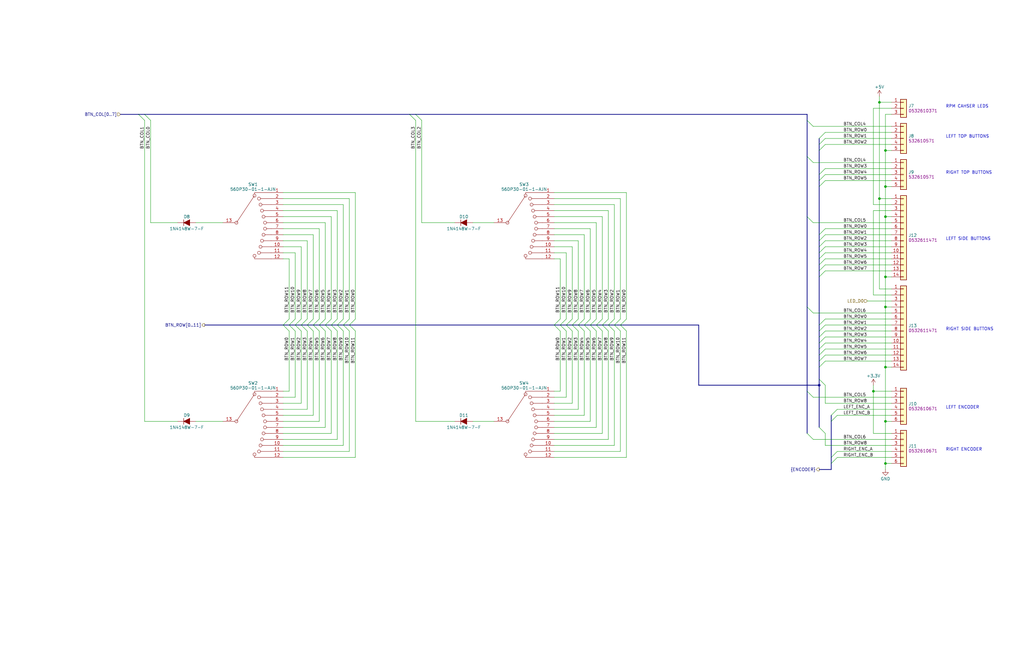
<source format=kicad_sch>
(kicad_sch (version 20230121) (generator eeschema)
  (paper "USLedger")
  (title_block (title "DIY GT Wheel Main Board") (date "2023-06-23") (rev "1.0a") (company "Electronya") (comment 1 "ENYA-SIMR-GTWL-PCMB"))
  (lib_symbols
    (symbol "ENYA_Connector_PicoBlade:PICO_BLADE_1x14_MALE_RA_SMD" (pin_names (offset 1.016) hide)
      (property "Reference" "J" (at 0 17.78 0))
      (property "Manufacturer Part Number" "0532611471" (at 0 0 0))
      (symbol "PICO_BLADE_1x14_MALE_RA_SMD_1_1"
        (rectangle (start -1.27 -17.653) (end 0 -17.907) (stroke (width 0.1524)))
        (rectangle (start -1.27 -15.113) (end 0 -15.367) (stroke (width 0.1524)))
        (rectangle (start -1.27 -12.573) (end 0 -12.827) (stroke (width 0.1524)))
        (rectangle (start -1.27 -10.033) (end 0 -10.287) (stroke (width 0.1524)))
        (rectangle (start -1.27 -7.493) (end 0 -7.747) (stroke (width 0.1524)))
        (rectangle (start -1.27 -4.953) (end 0 -5.207) (stroke (width 0.1524)))
        (rectangle (start -1.27 -2.413) (end 0 -2.667) (stroke (width 0.1524)))
        (rectangle (start -1.27 0.127) (end 0 -0.127) (stroke (width 0.1524)))
        (rectangle (start -1.27 2.667) (end 0 2.413) (stroke (width 0.1524)))
        (rectangle (start -1.27 5.207) (end 0 4.953) (stroke (width 0.1524)))
        (rectangle (start -1.27 7.747) (end 0 7.493) (stroke (width 0.1524)))
        (rectangle (start -1.27 10.287) (end 0 10.033) (stroke (width 0.1524)))
        (rectangle (start -1.27 12.827) (end 0 12.573) (stroke (width 0.1524)))
        (rectangle (start -1.27 15.367) (end 0 15.113) (stroke (width 0.1524)))
        (rectangle (start -1.27 16.51) (end 1.27 -19.05) (stroke (width 0.254)) (fill (type background)))
        (pin passive line (at -5.08 15.24 0) (length 3.81) (name "Pin_1") (number "1"))
        (pin passive line (at -5.08 -7.62 0) (length 3.81) (name "Pin_10") (number "10"))
        (pin passive line (at -5.08 -10.16 0) (length 3.81) (name "Pin_11") (number "11"))
        (pin passive line (at -5.08 -12.7 0) (length 3.81) (name "Pin_12") (number "12"))
        (pin passive line (at -5.08 -15.24 0) (length 3.81) (name "Pin_13") (number "13"))
        (pin passive line (at -5.08 -17.78 0) (length 3.81) (name "Pin_14") (number "14"))
        (pin passive line (at -5.08 12.7 0) (length 3.81) (name "Pin_2") (number "2"))
        (pin passive line (at -5.08 10.16 0) (length 3.81) (name "Pin_3") (number "3"))
        (pin passive line (at -5.08 7.62 0) (length 3.81) (name "Pin_4") (number "4"))
        (pin passive line (at -5.08 5.08 0) (length 3.81) (name "Pin_5") (number "5"))
        (pin passive line (at -5.08 2.54 0) (length 3.81) (name "Pin_6") (number "6"))
        (pin passive line (at -5.08 0 0) (length 3.81) (name "Pin_7") (number "7"))
        (pin passive line (at -5.08 -2.54 0) (length 3.81) (name "Pin_8") (number "8"))
        (pin passive line (at -5.08 -5.08 0) (length 3.81) (name "Pin_9") (number "9"))
      )
    )
    (symbol "ENYA_Connector_PicoBlade:PICO_BLADE_1x3_MALE_RA_SMD" (pin_names (offset 1.016) hide)
      (property "Reference" "J" (at 0 5.08 0))
      (property "Manufacturer Part Number" "0532610371" (at 0 0 0))
      (symbol "PICO_BLADE_1x3_MALE_RA_SMD_1_1"
        (rectangle (start -1.27 -2.413) (end 0 -2.667) (stroke (width 0.1524)))
        (rectangle (start -1.27 0.127) (end 0 -0.127) (stroke (width 0.1524)))
        (rectangle (start -1.27 2.667) (end 0 2.413) (stroke (width 0.1524)))
        (rectangle (start -1.27 3.81) (end 1.27 -3.81) (stroke (width 0.254)) (fill (type background)))
        (pin passive line (at -5.08 2.54 0) (length 3.81) (name "Pin_1") (number "1"))
        (pin passive line (at -5.08 0 0) (length 3.81) (name "Pin_2") (number "2"))
        (pin passive line (at -5.08 -2.54 0) (length 3.81) (name "Pin_3") (number "3"))
      )
    )
    (symbol "ENYA_Connector_PicoBlade:PICO_BLADE_1x5_MALE_RA_SMD" (pin_names (offset 1.016) hide)
      (property "Reference" "J" (at 0 7.62 0))
      (property "Manufacturer Part Number" "532610571" (at 0 0 0))
      (symbol "PICO_BLADE_1x5_MALE_RA_SMD_1_1"
        (rectangle (start -1.27 -4.953) (end 0 -5.207) (stroke (width 0.1524)))
        (rectangle (start -1.27 -2.413) (end 0 -2.667) (stroke (width 0.1524)))
        (rectangle (start -1.27 0.127) (end 0 -0.127) (stroke (width 0.1524)))
        (rectangle (start -1.27 2.667) (end 0 2.413) (stroke (width 0.1524)))
        (rectangle (start -1.27 5.207) (end 0 4.953) (stroke (width 0.1524)))
        (rectangle (start -1.27 6.35) (end 1.27 -6.35) (stroke (width 0.254)) (fill (type background)))
        (pin passive line (at -5.08 5.08 0) (length 3.81) (name "Pin_1") (number "1"))
        (pin passive line (at -5.08 2.54 0) (length 3.81) (name "Pin_2") (number "2"))
        (pin passive line (at -5.08 0 0) (length 3.81) (name "Pin_3") (number "3"))
        (pin passive line (at -5.08 -2.54 0) (length 3.81) (name "Pin_4") (number "4"))
        (pin passive line (at -5.08 -5.08 0) (length 3.81) (name "Pin_5") (number "5"))
      )
    )
    (symbol "ENYA_Connector_PicoBlade:PICO_BLADE_1x6_MALE_RA_SMD" (pin_names (offset 1.016) hide)
      (property "Reference" "J" (at 0 7.62 0))
      (property "Manufacturer Part Number" "0532610671" (at 0 0 0))
      (symbol "PICO_BLADE_1x6_MALE_RA_SMD_1_1"
        (rectangle (start -1.27 -7.493) (end 0 -7.747) (stroke (width 0.1524)))
        (rectangle (start -1.27 -4.953) (end 0 -5.207) (stroke (width 0.1524)))
        (rectangle (start -1.27 -2.413) (end 0 -2.667) (stroke (width 0.1524)))
        (rectangle (start -1.27 0.127) (end 0 -0.127) (stroke (width 0.1524)))
        (rectangle (start -1.27 2.667) (end 0 2.413) (stroke (width 0.1524)))
        (rectangle (start -1.27 5.207) (end 0 4.953) (stroke (width 0.1524)))
        (rectangle (start -1.27 6.35) (end 1.27 -8.89) (stroke (width 0.254)) (fill (type background)))
        (pin passive line (at -5.08 5.08 0) (length 3.81) (name "Pin_1") (number "1"))
        (pin passive line (at -5.08 2.54 0) (length 3.81) (name "Pin_2") (number "2"))
        (pin passive line (at -5.08 0 0) (length 3.81) (name "Pin_3") (number "3"))
        (pin passive line (at -5.08 -2.54 0) (length 3.81) (name "Pin_4") (number "4"))
        (pin passive line (at -5.08 -5.08 0) (length 3.81) (name "Pin_5") (number "5"))
        (pin passive line (at -5.08 -7.62 0) (length 3.81) (name "Pin_6") (number "6"))
      )
    )
    (symbol "ENYA_Diode_Rectifier:1N4148W-7-F_SOD-123" (pin_numbers hide) (pin_names (offset 1.016) hide)
      (property "Reference" "D" (at 0 2.54 0))
      (property "Value" "1N4148W-7-F" (at 0 -2.54 0))
      (symbol "1N4148W-7-F_SOD-123_0_1"
        (polyline (pts (xy -1.27 1.27) (xy -1.27 -1.27)) (stroke (width 0.2032)))
        (polyline (pts (xy 1.27 1.27) (xy 1.27 -1.27) (xy -1.27 0) (xy 1.27 1.27)) (stroke (width 0.2032)) (fill (type outline)))
      )
      (symbol "1N4148W-7-F_SOD-123_1_1"
        (pin passive line (at -3.81 0 0) (length 2.54) (name "K") (number "1"))
        (pin passive line (at 3.81 0 180) (length 2.54) (name "A") (number "2"))
      )
    )
    (symbol "ENYA_Switch_Selector:56DP30-01-1-AJN_1P_12T" (pin_names (offset 1.016) hide)
      (property "Reference" "SW" (at 0 17.78 0))
      (property "Value" "56DP30-01-1-AJN" (at 0 -17.78 0))
      (symbol "56DP30-01-1-AJN_1P_12T_0_0"
        (circle (center -6.985 0) (radius 0.635))
        (polyline (pts (xy -6.985 0) (xy 0.635 11.43)))
        (polyline (pts (xy 3.175 -12.7) (xy 7.62 -12.7)))
        (polyline (pts (xy 3.175 10.16) (xy 7.62 10.16)))
        (polyline (pts (xy 3.81 -10.16) (xy 7.62 -10.16)))
        (polyline (pts (xy 3.81 7.62) (xy 7.62 7.62)))
        (polyline (pts (xy 4.445 -7.62) (xy 7.62 -7.62)))
        (polyline (pts (xy 4.445 5.08) (xy 7.62 5.08)))
        (polyline (pts (xy 5.08 -5.08) (xy 7.62 -5.08)))
        (polyline (pts (xy 5.08 2.54) (xy 7.62 2.54)))
        (polyline (pts (xy 7.62 -2.54) (xy 5.715 -2.54)))
        (polyline (pts (xy 7.62 0) (xy 5.715 0)))
        (polyline (pts (xy 0.635 -14.605) (xy 0.635 -15.24) (xy 7.62 -15.24)))
        (polyline (pts (xy 0.635 12.065) (xy 0.635 12.7) (xy 7.62 12.7)))
        (circle (center 0.635 -13.97) (radius 0.635))
        (circle (center 0.635 11.43) (radius 0.635))
        (circle (center 2.54 -12.7) (radius 0.635))
        (circle (center 2.54 10.16) (radius 0.635))
        (circle (center 3.175 -10.16) (radius 0.635))
        (circle (center 3.175 7.62) (radius 0.635))
        (circle (center 3.81 -7.62) (radius 0.635))
        (circle (center 3.81 5.08) (radius 0.635))
        (circle (center 4.445 -5.08) (radius 0.635))
        (circle (center 4.445 2.54) (radius 0.635))
        (circle (center 5.08 -2.54) (radius 0.635))
        (circle (center 5.08 0) (radius 0.635))
      )
      (symbol "56DP30-01-1-AJN_1P_12T_0_1"
        (pin passive line (at 12.7 12.7 180) (length 5.08) (name "1") (number "1"))
        (pin passive line (at 12.7 -10.16 180) (length 5.08) (name "10") (number "10"))
        (pin passive line (at 12.7 -12.7 180) (length 5.08) (name "11") (number "11"))
        (pin passive line (at 12.7 -15.24 180) (length 5.08) (name "12") (number "12"))
        (pin passive line (at -12.7 0 0) (length 5.08) (name "13") (number "13"))
        (pin passive line (at 12.7 10.16 180) (length 5.08) (name "2") (number "2"))
        (pin passive line (at 12.7 7.62 180) (length 5.08) (name "3") (number "3"))
        (pin passive line (at 12.7 5.08 180) (length 5.08) (name "4") (number "4"))
        (pin passive line (at 12.7 2.54 180) (length 5.08) (name "5") (number "5"))
        (pin passive line (at 12.7 0 180) (length 5.08) (name "6") (number "6"))
        (pin passive line (at 12.7 -2.54 180) (length 5.08) (name "7") (number "7"))
        (pin passive line (at 12.7 -5.08 180) (length 5.08) (name "8") (number "8"))
        (pin passive line (at 12.7 -7.62 180) (length 5.08) (name "9") (number "9"))
      )
    )
    (symbol "power:+3.3V" (power) (pin_names (offset 0))
      (property "Value" "+3.3V" (at 0 3.556 0))
      (symbol "+3.3V_0_1"
        (polyline (pts (xy -0.762 1.27) (xy 0 2.54)))
        (polyline (pts (xy 0 0) (xy 0 2.54)))
        (polyline (pts (xy 0 2.54) (xy 0.762 1.27)))
      )
      (symbol "+3.3V_1_1"
        (pin power_in line (at 0 0 90) (length 0) hide (name "+3.3V") (number "1"))
      )
    )
    (symbol "power:+5V" (power) (pin_names (offset 0))
      (property "Value" "+5V" (at 0 3.556 0))
      (symbol "+5V_0_1"
        (polyline (pts (xy -0.762 1.27) (xy 0 2.54)))
        (polyline (pts (xy 0 0) (xy 0 2.54)))
        (polyline (pts (xy 0 2.54) (xy 0.762 1.27)))
      )
      (symbol "+5V_1_1"
        (pin power_in line (at 0 0 90) (length 0) hide (name "+5V") (number "1"))
      )
    )
    (symbol "power:GND" (power) (pin_names (offset 0))
      (property "Value" "GND" (at 0 -3.81 0))
      (symbol "GND_0_1"
        (polyline (pts (xy 0 0) (xy 0 -1.27) (xy 1.27 -1.27) (xy 0 -2.54) (xy -1.27 -1.27) (xy 0 -1.27)))
      )
      (symbol "GND_1_1"
        (pin power_in line (at 0 0 270) (length 0) hide (name "GND") (number "1"))
      )
    )
  )
  (junction (at 345.44 162.56))
  (junction (at 373.38 154.94))
  (junction (at 373.38 78.74))
  (junction (at 373.38 195.58))
  (junction (at 373.38 129.54))
  (junction (at 370.84 83.82))
  (junction (at 370.84 43.18))
  (junction (at 373.38 177.8))
  (junction (at 368.3 165.1))
  (junction (at 373.38 91.44))
  (junction (at 373.38 63.5))
  (junction (at 373.38 116.84))
  (bus_entry (at 345.44 149.86) (size 2.54 -2.54))
  (bus_entry (at 236.22 134.62) (size -2.54 2.54))
  (bus_entry (at 345.44 104.14) (size 2.54 -2.54))
  (bus_entry (at 121.92 134.62) (size -2.54 2.54))
  (bus_entry (at 345.44 58.42) (size 2.54 -2.54))
  (bus_entry (at 147.32 137.16) (size 2.54 2.54))
  (bus_entry (at 345.44 106.68) (size 2.54 -2.54))
  (bus_entry (at 345.44 114.3) (size 2.54 -2.54))
  (bus_entry (at 345.44 137.16) (size 2.54 -2.54))
  (bus_entry (at 345.44 144.78) (size 2.54 -2.54))
  (bus_entry (at 119.38 137.16) (size 2.54 2.54))
  (bus_entry (at 340.36 129.54) (size 2.54 2.54))
  (bus_entry (at 261.62 137.16) (size 2.54 2.54))
  (bus_entry (at 60.96 48.26) (size 2.54 2.54))
  (bus_entry (at 121.92 137.16) (size 2.54 2.54))
  (bus_entry (at 350.52 193.04) (size 2.54 -2.54))
  (bus_entry (at 139.7 137.16) (size 2.54 2.54))
  (bus_entry (at 243.84 134.62) (size -2.54 2.54))
  (bus_entry (at 340.36 165.1) (size 2.54 2.54))
  (bus_entry (at 238.76 137.16) (size 2.54 2.54))
  (bus_entry (at 256.54 134.62) (size -2.54 2.54))
  (bus_entry (at 243.84 137.16) (size 2.54 2.54))
  (bus_entry (at 264.16 134.62) (size -2.54 2.54))
  (bus_entry (at 251.46 134.62) (size -2.54 2.54))
  (bus_entry (at 251.46 137.16) (size 2.54 2.54))
  (bus_entry (at 246.38 137.16) (size 2.54 2.54))
  (bus_entry (at 233.68 137.16) (size 2.54 2.54))
  (bus_entry (at 144.78 137.16) (size 2.54 2.54))
  (bus_entry (at 345.44 78.74) (size 2.54 -2.54))
  (bus_entry (at 134.62 137.16) (size 2.54 2.54))
  (bus_entry (at 350.52 175.26) (size 2.54 -2.54))
  (bus_entry (at 345.44 154.94) (size 2.54 -2.54))
  (bus_entry (at 340.36 66.04) (size 2.54 2.54))
  (bus_entry (at 350.52 177.8) (size 2.54 -2.54))
  (bus_entry (at 345.44 147.32) (size 2.54 -2.54))
  (bus_entry (at 142.24 137.16) (size 2.54 2.54))
  (bus_entry (at 345.44 101.6) (size 2.54 -2.54))
  (bus_entry (at 345.44 160.02) (size 2.54 2.54))
  (bus_entry (at 261.62 134.62) (size -2.54 2.54))
  (bus_entry (at 142.24 134.62) (size -2.54 2.54))
  (bus_entry (at 149.86 134.62) (size -2.54 2.54))
  (bus_entry (at 345.44 111.76) (size 2.54 -2.54))
  (bus_entry (at 246.38 134.62) (size -2.54 2.54))
  (bus_entry (at 147.32 134.62) (size -2.54 2.54))
  (bus_entry (at 134.62 134.62) (size -2.54 2.54))
  (bus_entry (at 340.36 182.88) (size 2.54 2.54))
  (bus_entry (at 347.98 182.88) (size -2.54 -2.54))
  (bus_entry (at 175.26 48.26) (size 2.54 2.54))
  (bus_entry (at 127 137.16) (size 2.54 2.54))
  (bus_entry (at 254 134.62) (size -2.54 2.54))
  (bus_entry (at 340.36 91.44) (size 2.54 2.54))
  (bus_entry (at 345.44 152.4) (size 2.54 -2.54))
  (bus_entry (at 350.52 195.58) (size 2.54 -2.54))
  (bus_entry (at 345.44 63.5) (size 2.54 -2.54))
  (bus_entry (at 241.3 134.62) (size -2.54 2.54))
  (bus_entry (at 345.44 99.06) (size 2.54 -2.54))
  (bus_entry (at 345.44 142.24) (size 2.54 -2.54))
  (bus_entry (at 259.08 137.16) (size 2.54 2.54))
  (bus_entry (at 144.78 134.62) (size -2.54 2.54))
  (bus_entry (at 137.16 134.62) (size -2.54 2.54))
  (bus_entry (at 345.44 76.2) (size 2.54 -2.54))
  (bus_entry (at 241.3 137.16) (size 2.54 2.54))
  (bus_entry (at 236.22 137.16) (size 2.54 2.54))
  (bus_entry (at 345.44 139.7) (size 2.54 -2.54))
  (bus_entry (at 248.92 134.62) (size -2.54 2.54))
  (bus_entry (at 238.76 134.62) (size -2.54 2.54))
  (bus_entry (at 129.54 137.16) (size 2.54 2.54))
  (bus_entry (at 124.46 137.16) (size 2.54 2.54))
  (bus_entry (at 248.92 137.16) (size 2.54 2.54))
  (bus_entry (at 132.08 137.16) (size 2.54 2.54))
  (bus_entry (at 127 134.62) (size -2.54 2.54))
  (bus_entry (at 254 137.16) (size 2.54 2.54))
  (bus_entry (at 58.42 48.26) (size 2.54 2.54))
  (bus_entry (at 124.46 134.62) (size -2.54 2.54))
  (bus_entry (at 139.7 134.62) (size -2.54 2.54))
  (bus_entry (at 340.36 50.8) (size 2.54 2.54))
  (bus_entry (at 345.44 73.66) (size 2.54 -2.54))
  (bus_entry (at 256.54 137.16) (size 2.54 2.54))
  (bus_entry (at 345.44 116.84) (size 2.54 -2.54))
  (bus_entry (at 137.16 137.16) (size 2.54 2.54))
  (bus_entry (at 129.54 134.62) (size -2.54 2.54))
  (bus_entry (at 172.72 48.26) (size 2.54 2.54))
  (bus_entry (at 259.08 134.62) (size -2.54 2.54))
  (bus_entry (at 132.08 134.62) (size -2.54 2.54))
  (bus_entry (at 345.44 60.96) (size 2.54 -2.54))
  (bus_entry (at 345.44 109.22) (size 2.54 -2.54))
  (bus (pts (xy 345.44 63.5) (xy 345.44 73.66)))
  (bus (pts (xy 142.24 137.16) (xy 144.78 137.16)))
  (wire (pts (xy 233.68 172.72) (xy 243.84 172.72)))
  (wire (pts (xy 375.92 182.88) (xy 368.3 182.88)))
  (bus (pts (xy 121.92 137.16) (xy 124.46 137.16)))
  (bus (pts (xy 345.44 147.32) (xy 345.44 149.86)))
  (wire (pts (xy 119.38 83.82) (xy 147.32 83.82)))
  (wire (pts (xy 347.98 106.68) (xy 375.92 106.68)))
  (wire (pts (xy 132.08 139.7) (xy 132.08 175.26)))
  (bus (pts (xy 119.38 137.16) (xy 121.92 137.16)))
  (wire (pts (xy 233.68 104.14) (xy 241.3 104.14)))
  (wire (pts (xy 261.62 190.5) (xy 233.68 190.5)))
  (bus (pts (xy 345.44 149.86) (xy 345.44 152.4)))
  (wire (pts (xy 233.68 88.9) (xy 256.54 88.9)))
  (wire (pts (xy 375.92 83.82) (xy 370.84 83.82)))
  (wire (pts (xy 119.38 99.06) (xy 132.08 99.06)))
  (wire (pts (xy 261.62 139.7) (xy 261.62 190.5)))
  (wire (pts (xy 129.54 139.7) (xy 129.54 172.72)))
  (bus (pts (xy 243.84 137.16) (xy 246.38 137.16)))
  (bus (pts (xy 345.44 152.4) (xy 345.44 154.94)))
  (wire (pts (xy 347.98 104.14) (xy 375.92 104.14)))
  (wire (pts (xy 124.46 167.64) (xy 119.38 167.64)))
  (wire (pts (xy 347.98 139.7) (xy 375.92 139.7)))
  (bus (pts (xy 294.64 162.56) (xy 345.44 162.56)))
  (wire (pts (xy 373.38 116.84) (xy 375.92 116.84)))
  (bus (pts (xy 127 137.16) (xy 129.54 137.16)))
  (wire (pts (xy 259.08 139.7) (xy 259.08 187.96)))
  (bus (pts (xy 147.32 137.16) (xy 233.68 137.16)))
  (wire (pts (xy 342.9 93.98) (xy 375.92 93.98)))
  (bus (pts (xy 50.8 48.26) (xy 58.42 48.26)))
  (wire (pts (xy 353.06 193.04) (xy 375.92 193.04)))
  (wire (pts (xy 144.78 187.96) (xy 119.38 187.96)))
  (wire (pts (xy 256.54 185.42) (xy 233.68 185.42)))
  (wire (pts (xy 233.68 106.68) (xy 238.76 106.68)))
  (bus (pts (xy 256.54 137.16) (xy 259.08 137.16)))
  (wire (pts (xy 251.46 180.34) (xy 233.68 180.34)))
  (wire (pts (xy 121.92 109.22) (xy 121.92 134.62)))
  (wire (pts (xy 342.9 53.34) (xy 375.92 53.34)))
  (bus (pts (xy 350.52 195.58) (xy 350.52 198.12)))
  (wire (pts (xy 373.38 195.58) (xy 373.38 198.12)))
  (wire (pts (xy 373.38 63.5) (xy 373.38 78.74)))
  (wire (pts (xy 370.84 43.18) (xy 375.92 43.18)))
  (bus (pts (xy 340.36 165.1) (xy 340.36 129.54)))
  (wire (pts (xy 353.06 175.26) (xy 375.92 175.26)))
  (wire (pts (xy 119.38 175.26) (xy 132.08 175.26)))
  (wire (pts (xy 241.3 104.14) (xy 241.3 134.62)))
  (wire (pts (xy 233.68 177.8) (xy 248.92 177.8)))
  (wire (pts (xy 134.62 139.7) (xy 134.62 177.8)))
  (wire (pts (xy 373.38 91.44) (xy 373.38 116.84)))
  (bus (pts (xy 340.36 91.44) (xy 340.36 66.04)))
  (wire (pts (xy 147.32 139.7) (xy 147.32 190.5)))
  (wire (pts (xy 375.92 165.1) (xy 368.3 165.1)))
  (wire (pts (xy 124.46 139.7) (xy 124.46 167.64)))
  (wire (pts (xy 208.28 177.8) (xy 199.39 177.8)))
  (wire (pts (xy 142.24 139.7) (xy 142.24 185.42)))
  (bus (pts (xy 345.44 160.02) (xy 345.44 162.56)))
  (wire (pts (xy 129.54 172.72) (xy 119.38 172.72)))
  (wire (pts (xy 248.92 139.7) (xy 248.92 177.8)))
  (bus (pts (xy 238.76 137.16) (xy 241.3 137.16)))
  (wire (pts (xy 373.38 116.84) (xy 373.38 129.54)))
  (wire (pts (xy 370.84 40.64) (xy 370.84 43.18)))
  (bus (pts (xy 134.62 137.16) (xy 137.16 137.16)))
  (wire (pts (xy 127 139.7) (xy 127 170.18)))
  (wire (pts (xy 149.86 139.7) (xy 149.86 193.04)))
  (wire (pts (xy 261.62 83.82) (xy 261.62 134.62)))
  (wire (pts (xy 373.38 78.74) (xy 375.92 78.74)))
  (wire (pts (xy 347.98 137.16) (xy 375.92 137.16)))
  (wire (pts (xy 119.38 86.36) (xy 144.78 86.36)))
  (wire (pts (xy 375.92 86.36) (xy 368.3 86.36)))
  (wire (pts (xy 238.76 106.68) (xy 238.76 134.62)))
  (bus (pts (xy 129.54 137.16) (xy 132.08 137.16)))
  (wire (pts (xy 347.98 96.52) (xy 375.92 96.52)))
  (wire (pts (xy 233.68 193.04) (xy 264.16 193.04)))
  (wire (pts (xy 119.38 96.52) (xy 134.62 96.52)))
  (wire (pts (xy 373.38 48.26) (xy 373.38 63.5)))
  (wire (pts (xy 175.26 50.8) (xy 175.26 177.8)))
  (bus (pts (xy 345.44 114.3) (xy 345.44 116.84)))
  (wire (pts (xy 134.62 177.8) (xy 119.38 177.8)))
  (wire (pts (xy 233.68 99.06) (xy 246.38 99.06)))
  (bus (pts (xy 345.44 73.66) (xy 345.44 76.2)))
  (wire (pts (xy 119.38 190.5) (xy 147.32 190.5)))
  (bus (pts (xy 345.44 104.14) (xy 345.44 106.68)))
  (bus (pts (xy 233.68 137.16) (xy 236.22 137.16)))
  (wire (pts (xy 243.84 101.6) (xy 243.84 134.62)))
  (wire (pts (xy 347.98 76.2) (xy 375.92 76.2)))
  (wire (pts (xy 233.68 109.22) (xy 236.22 109.22)))
  (bus (pts (xy 124.46 137.16) (xy 127 137.16)))
  (wire (pts (xy 149.86 81.28) (xy 149.86 134.62)))
  (wire (pts (xy 119.38 88.9) (xy 142.24 88.9)))
  (wire (pts (xy 233.68 182.88) (xy 254 182.88)))
  (wire (pts (xy 368.3 86.36) (xy 368.3 45.72)))
  (wire (pts (xy 74.93 93.98) (xy 63.5 93.98)))
  (wire (pts (xy 246.38 175.26) (xy 233.68 175.26)))
  (wire (pts (xy 375.92 124.46) (xy 368.3 124.46)))
  (wire (pts (xy 259.08 86.36) (xy 259.08 134.62)))
  (wire (pts (xy 259.08 86.36) (xy 233.68 86.36)))
  (wire (pts (xy 347.98 60.96) (xy 375.92 60.96)))
  (bus (pts (xy 350.52 175.26) (xy 350.52 177.8)))
  (wire (pts (xy 147.32 83.82) (xy 147.32 134.62)))
  (wire (pts (xy 373.38 91.44) (xy 375.92 91.44)))
  (wire (pts (xy 264.16 81.28) (xy 233.68 81.28)))
  (wire (pts (xy 139.7 91.44) (xy 139.7 134.62)))
  (bus (pts (xy 345.44 60.96) (xy 345.44 63.5)))
  (wire (pts (xy 347.98 152.4) (xy 375.92 152.4)))
  (wire (pts (xy 246.38 139.7) (xy 246.38 175.26)))
  (wire (pts (xy 347.98 134.62) (xy 375.92 134.62)))
  (wire (pts (xy 373.38 177.8) (xy 373.38 195.58)))
  (wire (pts (xy 375.92 48.26) (xy 373.38 48.26)))
  (wire (pts (xy 243.84 139.7) (xy 243.84 172.72)))
  (wire (pts (xy 233.68 167.64) (xy 238.76 167.64)))
  (wire (pts (xy 93.98 177.8) (xy 82.55 177.8)))
  (bus (pts (xy 345.44 144.78) (xy 345.44 147.32)))
  (wire (pts (xy 191.77 93.98) (xy 177.8 93.98)))
  (wire (pts (xy 347.98 142.24) (xy 375.92 142.24)))
  (wire (pts (xy 347.98 147.32) (xy 375.92 147.32)))
  (wire (pts (xy 149.86 193.04) (xy 119.38 193.04)))
  (bus (pts (xy 241.3 137.16) (xy 243.84 137.16)))
  (bus (pts (xy 86.36 137.16) (xy 119.38 137.16)))
  (bus (pts (xy 60.96 48.26) (xy 172.72 48.26)))
  (wire (pts (xy 124.46 106.68) (xy 124.46 134.62)))
  (wire (pts (xy 119.38 104.14) (xy 127 104.14)))
  (wire (pts (xy 119.38 81.28) (xy 149.86 81.28)))
  (wire (pts (xy 236.22 139.7) (xy 236.22 165.1)))
  (wire (pts (xy 342.9 132.08) (xy 375.92 132.08)))
  (wire (pts (xy 375.92 121.92) (xy 370.84 121.92)))
  (wire (pts (xy 139.7 182.88) (xy 119.38 182.88)))
  (wire (pts (xy 347.98 73.66) (xy 375.92 73.66)))
  (bus (pts (xy 345.44 106.68) (xy 345.44 109.22)))
  (wire (pts (xy 347.98 99.06) (xy 375.92 99.06)))
  (wire (pts (xy 251.46 93.98) (xy 251.46 134.62)))
  (wire (pts (xy 74.93 177.8) (xy 60.96 177.8)))
  (wire (pts (xy 373.38 63.5) (xy 375.92 63.5)))
  (wire (pts (xy 353.06 190.5) (xy 375.92 190.5)))
  (wire (pts (xy 373.38 154.94) (xy 373.38 177.8)))
  (wire (pts (xy 119.38 109.22) (xy 121.92 109.22)))
  (wire (pts (xy 139.7 139.7) (xy 139.7 182.88)))
  (bus (pts (xy 259.08 137.16) (xy 261.62 137.16)))
  (wire (pts (xy 373.38 129.54) (xy 373.38 154.94)))
  (bus (pts (xy 345.44 111.76) (xy 345.44 114.3)))
  (wire (pts (xy 127 104.14) (xy 127 134.62)))
  (wire (pts (xy 347.98 162.56) (xy 347.98 170.18)))
  (wire (pts (xy 342.9 167.64) (xy 375.92 167.64)))
  (wire (pts (xy 353.06 172.72) (xy 375.92 172.72)))
  (bus (pts (xy 175.26 48.26) (xy 340.36 48.26)))
  (wire (pts (xy 208.28 93.98) (xy 199.39 93.98)))
  (wire (pts (xy 121.92 139.7) (xy 121.92 165.1)))
  (wire (pts (xy 256.54 139.7) (xy 256.54 185.42)))
  (wire (pts (xy 241.3 139.7) (xy 241.3 170.18)))
  (wire (pts (xy 119.38 91.44) (xy 139.7 91.44)))
  (bus (pts (xy 246.38 137.16) (xy 248.92 137.16)))
  (wire (pts (xy 142.24 88.9) (xy 142.24 134.62)))
  (wire (pts (xy 347.98 149.86) (xy 375.92 149.86)))
  (bus (pts (xy 172.72 48.26) (xy 175.26 48.26)))
  (wire (pts (xy 264.16 139.7) (xy 264.16 193.04)))
  (bus (pts (xy 58.42 48.26) (xy 60.96 48.26)))
  (bus (pts (xy 251.46 137.16) (xy 254 137.16)))
  (wire (pts (xy 137.16 139.7) (xy 137.16 180.34)))
  (wire (pts (xy 368.3 45.72) (xy 375.92 45.72)))
  (wire (pts (xy 137.16 93.98) (xy 137.16 134.62)))
  (wire (pts (xy 347.98 111.76) (xy 375.92 111.76)))
  (wire (pts (xy 373.38 154.94) (xy 375.92 154.94)))
  (wire (pts (xy 368.3 182.88) (xy 368.3 165.1)))
  (wire (pts (xy 132.08 99.06) (xy 132.08 134.62)))
  (wire (pts (xy 347.98 109.22) (xy 375.92 109.22)))
  (wire (pts (xy 119.38 180.34) (xy 137.16 180.34)))
  (bus (pts (xy 236.22 137.16) (xy 238.76 137.16)))
  (bus (pts (xy 340.36 50.8) (xy 340.36 48.26)))
  (bus (pts (xy 340.36 182.88) (xy 340.36 165.1)))
  (wire (pts (xy 177.8 50.8) (xy 177.8 93.98)))
  (wire (pts (xy 93.98 93.98) (xy 82.55 93.98)))
  (wire (pts (xy 254 139.7) (xy 254 182.88)))
  (wire (pts (xy 373.38 195.58) (xy 375.92 195.58)))
  (bus (pts (xy 345.44 109.22) (xy 345.44 111.76)))
  (wire (pts (xy 264.16 81.28) (xy 264.16 134.62)))
  (wire (pts (xy 60.96 50.8) (xy 60.96 177.8)))
  (wire (pts (xy 368.3 165.1) (xy 368.3 162.56)))
  (wire (pts (xy 236.22 165.1) (xy 233.68 165.1)))
  (bus (pts (xy 340.36 129.54) (xy 340.36 91.44)))
  (wire (pts (xy 191.77 177.8) (xy 175.26 177.8)))
  (bus (pts (xy 345.44 139.7) (xy 345.44 142.24)))
  (wire (pts (xy 119.38 93.98) (xy 137.16 93.98)))
  (wire (pts (xy 373.38 129.54) (xy 375.92 129.54)))
  (wire (pts (xy 134.62 96.52) (xy 134.62 134.62)))
  (bus (pts (xy 350.52 177.8) (xy 350.52 193.04)))
  (wire (pts (xy 347.98 144.78) (xy 375.92 144.78)))
  (bus (pts (xy 345.44 58.42) (xy 345.44 60.96)))
  (wire (pts (xy 347.98 114.3) (xy 375.92 114.3)))
  (wire (pts (xy 233.68 187.96) (xy 259.08 187.96)))
  (bus (pts (xy 345.44 101.6) (xy 345.44 104.14)))
  (wire (pts (xy 365.76 127) (xy 375.92 127)))
  (wire (pts (xy 233.68 83.82) (xy 261.62 83.82)))
  (bus (pts (xy 137.16 137.16) (xy 139.7 137.16)))
  (wire (pts (xy 248.92 96.52) (xy 248.92 134.62)))
  (wire (pts (xy 342.9 68.58) (xy 375.92 68.58)))
  (wire (pts (xy 236.22 109.22) (xy 236.22 134.62)))
  (bus (pts (xy 345.44 162.56) (xy 345.44 180.34)))
  (bus (pts (xy 261.62 137.16) (xy 294.64 137.16)))
  (bus (pts (xy 345.44 137.16) (xy 345.44 139.7)))
  (wire (pts (xy 233.68 93.98) (xy 251.46 93.98)))
  (bus (pts (xy 345.44 76.2) (xy 345.44 78.74)))
  (bus (pts (xy 294.64 137.16) (xy 294.64 162.56)))
  (wire (pts (xy 119.38 106.68) (xy 124.46 106.68)))
  (bus (pts (xy 345.44 142.24) (xy 345.44 144.78)))
  (wire (pts (xy 347.98 170.18) (xy 375.92 170.18)))
  (wire (pts (xy 238.76 139.7) (xy 238.76 167.64)))
  (wire (pts (xy 144.78 139.7) (xy 144.78 187.96)))
  (wire (pts (xy 368.3 124.46) (xy 368.3 88.9)))
  (wire (pts (xy 233.68 101.6) (xy 243.84 101.6)))
  (wire (pts (xy 241.3 170.18) (xy 233.68 170.18)))
  (wire (pts (xy 373.38 78.74) (xy 373.38 91.44)))
  (bus (pts (xy 345.44 99.06) (xy 345.44 101.6)))
  (wire (pts (xy 254 91.44) (xy 254 134.62)))
  (bus (pts (xy 248.92 137.16) (xy 251.46 137.16)))
  (bus (pts (xy 340.36 66.04) (xy 340.36 50.8)))
  (wire (pts (xy 347.98 71.12) (xy 375.92 71.12)))
  (wire (pts (xy 251.46 139.7) (xy 251.46 180.34)))
  (wire (pts (xy 347.98 58.42) (xy 375.92 58.42)))
  (bus (pts (xy 350.52 193.04) (xy 350.52 195.58)))
  (wire (pts (xy 233.68 96.52) (xy 248.92 96.52)))
  (wire (pts (xy 233.68 91.44) (xy 254 91.44)))
  (bus (pts (xy 254 137.16) (xy 256.54 137.16)))
  (wire (pts (xy 373.38 177.8) (xy 375.92 177.8)))
  (wire (pts (xy 119.38 101.6) (xy 129.54 101.6)))
  (wire (pts (xy 119.38 165.1) (xy 121.92 165.1)))
  (wire (pts (xy 256.54 88.9) (xy 256.54 134.62)))
  (wire (pts (xy 347.98 182.88) (xy 347.98 187.96)))
  (bus (pts (xy 345.44 154.94) (xy 345.44 160.02)))
  (bus (pts (xy 139.7 137.16) (xy 142.24 137.16)))
  (bus (pts (xy 132.08 137.16) (xy 134.62 137.16)))
  (wire (pts (xy 129.54 101.6) (xy 129.54 134.62)))
  (wire (pts (xy 347.98 101.6) (xy 375.92 101.6)))
  (wire (pts (xy 144.78 86.36) (xy 144.78 134.62)))
  (wire (pts (xy 347.98 55.88) (xy 375.92 55.88)))
  (bus (pts (xy 345.44 78.74) (xy 345.44 99.06)))
  (wire (pts (xy 119.38 185.42) (xy 142.24 185.42)))
  (wire (pts (xy 347.98 187.96) (xy 375.92 187.96)))
  (bus (pts (xy 350.52 198.12) (xy 345.44 198.12)))
  (wire (pts (xy 342.9 185.42) (xy 375.92 185.42)))
  (wire (pts (xy 63.5 50.8) (xy 63.5 93.98)))
  (wire (pts (xy 370.84 83.82) (xy 370.84 43.18)))
  (wire (pts (xy 246.38 99.06) (xy 246.38 134.62)))
  (bus (pts (xy 144.78 137.16) (xy 147.32 137.16)))
  (wire (pts (xy 368.3 88.9) (xy 375.92 88.9)))
  (bus (pts (xy 345.44 116.84) (xy 345.44 137.16)))
  (wire (pts (xy 119.38 170.18) (xy 127 170.18)))
  (wire (pts (xy 370.84 121.92) (xy 370.84 83.82)))
  (text "LEFT ENCODER" (at 398.78 172.72 0) (effects (font (size 1.27 1.27)) (justify left bottom)))
  (text "RIGHT SIDE BUTTONS" (at 398.78 139.7 0) (effects (font (size 1.27 1.27)) (justify left bottom)))
  (text "LEFT SIDE BUTTONS" (at 398.78 101.6 0) (effects (font (size 1.27 1.27)) (justify left bottom)))
  (text "RIGHT TOP BUTTONS" (at 398.78 73.66 0) (effects (font (size 1.27 1.27)) (justify left bottom)))
  (text "LEFT TOP BUTTONS" (at 398.78 58.42 0) (effects (font (size 1.27 1.27)) (justify left bottom)))
  (text "RIGHT ENCODER" (at 398.78 190.5 0) (effects (font (size 1.27 1.27)) (justify left bottom)))
  (text "RPM CAHSER LEDS" (at 398.78 45.72 0) (effects (font (size 1.27 1.27)) (justify left bottom)))
  (label "BTN_ROW8" (at 355.6 187.96 0))
  (label "BTN_ROW8" (at 142.24 142.24 270))
  (label "RIGHT_ENC_A" (at 355.6 190.5 0))
  (label "BTN_ROW7" (at 132.08 132.08 90))
  (label "BTN_ROW2" (at 259.08 132.08 90))
  (label "BTN_ROW4" (at 139.7 132.08 90))
  (label "BTN_ROW8" (at 256.54 142.24 270))
  (label "BTN_ROW11" (at 264.16 142.24 270))
  (label "BTN_COL5" (at 355.6 167.64 0))
  (label "RIGHT_ENC_B" (at 355.6 193.04 0))
  (label "BTN_ROW3" (at 355.6 71.12 0))
  (label "BTN_ROW2" (at 144.78 132.08 90))
  (label "BTN_ROW7" (at 139.7 142.24 270))
  (label "BTN_ROW3" (at 256.54 132.08 90))
  (label "BTN_ROW6" (at 355.6 111.76 0))
  (label "BTN_ROW3" (at 355.6 142.24 0))
  (label "BTN_ROW7" (at 254 142.24 270))
  (label "BTN_ROW1" (at 355.6 58.42 0))
  (label "BTN_COL6" (at 355.6 132.08 0))
  (label "BTN_ROW4" (at 355.6 144.78 0))
  (label "BTN_ROW1" (at 355.6 99.06 0))
  (label "BTN_ROW2" (at 127 142.24 270))
  (label "BTN_ROW8" (at 243.84 132.08 90))
  (label "BTN_ROW0" (at 149.86 132.08 90))
  (label "BTN_ROW10" (at 124.46 132.08 90))
  (label "BTN_ROW3" (at 142.24 132.08 90))
  (label "BTN_ROW7" (at 246.38 132.08 90))
  (label "BTN_ROW4" (at 132.08 142.24 270))
  (label "BTN_ROW11" (at 149.86 142.24 270))
  (label "BTN_ROW5" (at 355.6 76.2 0))
  (label "BTN_COL0" (at 63.5 53.34 270))
  (label "BTN_ROW4" (at 355.6 106.68 0))
  (label "BTN_ROW4" (at 246.38 142.24 270))
  (label "BTN_ROW4" (at 254 132.08 90))
  (label "BTN_ROW0" (at 121.92 142.24 270))
  (label "BTN_ROW2" (at 241.3 142.24 270))
  (label "BTN_ROW11" (at 236.22 132.08 90))
  (label "BTN_ROW7" (at 355.6 114.3 0))
  (label "LEFT_ENC_A" (at 355.6 172.72 0))
  (label "BTN_ROW5" (at 137.16 132.08 90))
  (label "BTN_ROW0" (at 355.6 134.62 0))
  (label "BTN_ROW8" (at 129.54 132.08 90))
  (label "BTN_ROW6" (at 134.62 132.08 90))
  (label "BTN_ROW5" (at 248.92 142.24 270))
  (label "BTN_ROW0" (at 355.6 55.88 0))
  (label "BTN_ROW6" (at 355.6 149.86 0))
  (label "BTN_ROW0" (at 264.16 132.08 90))
  (label "BTN_ROW3" (at 243.84 142.24 270))
  (label "BTN_ROW0" (at 355.6 96.52 0))
  (label "BTN_ROW11" (at 121.92 132.08 90))
  (label "BTN_ROW10" (at 238.76 132.08 90))
  (label "BTN_COL5" (at 355.6 93.98 0))
  (label "BTN_ROW5" (at 355.6 109.22 0))
  (label "BTN_ROW3" (at 129.54 142.24 270))
  (label "BTN_ROW4" (at 355.6 73.66 0))
  (label "BTN_ROW5" (at 251.46 132.08 90))
  (label "BTN_ROW6" (at 137.16 142.24 270))
  (label "BTN_ROW1" (at 124.46 142.24 270))
  (label "BTN_ROW8" (at 355.6 170.18 0))
  (label "BTN_ROW1" (at 238.76 142.24 270))
  (label "BTN_ROW5" (at 355.6 147.32 0))
  (label "BTN_ROW5" (at 134.62 142.24 270))
  (label "BTN_ROW9" (at 144.78 142.24 270))
  (label "BTN_ROW9" (at 259.08 142.24 270))
  (label "BTN_ROW6" (at 251.46 142.24 270))
  (label "BTN_ROW2" (at 355.6 101.6 0))
  (label "BTN_COL4" (at 355.6 68.58 0))
  (label "BTN_ROW1" (at 355.6 137.16 0))
  (label "BTN_ROW2" (at 355.6 60.96 0))
  (label "BTN_ROW6" (at 248.92 132.08 90))
  (label "BTN_ROW1" (at 261.62 132.08 90))
  (label "BTN_ROW2" (at 355.6 139.7 0))
  (label "LEFT_ENC_B" (at 355.6 175.26 0))
  (label "BTN_ROW10" (at 261.62 142.24 270))
  (label "BTN_COL2" (at 177.8 53.34 270))
  (label "BTN_COL3" (at 175.26 53.34 270))
  (label "BTN_ROW7" (at 355.6 152.4 0))
  (label "BTN_ROW0" (at 236.22 142.24 270))
  (label "BTN_ROW9" (at 127 132.08 90))
  (label "BTN_COL4" (at 355.6 53.34 0))
  (label "BTN_ROW9" (at 241.3 132.08 90))
  (label "BTN_ROW10" (at 147.32 142.24 270))
  (label "BTN_ROW3" (at 355.6 104.14 0))
  (label "BTN_COL1" (at 60.96 53.34 270))
  (label "BTN_ROW1" (at 147.32 132.08 90))
  (label "BTN_COL6" (at 355.6 185.42 0))
  (hierarchical_label "{ENCODER}" (shape output) (at 345.44 198.12 180))
  (hierarchical_label "LED_D0" (shape input) (at 365.76 127 180))
  (hierarchical_label "BTN_COL[0..7]" (shape input) (at 50.8 48.26 180))
  (hierarchical_label "BTN_ROW[0..11]" (shape output) (at 86.36 137.16 180))
  (symbol (lib_id "ENYA_Connector_PicoBlade:PICO_BLADE_1x6_MALE_RA_SMD") (at 381 170.18 0) (unit 1)
    (property "Reference" "J10" (at 383.032 170.426 0) (effects (justify left)))
    (property "Value" "PICO_BLADE_1x6_MALE_RA_SMD" (effects hide))
    (property "Footprint" "ENYA_Connector_PicoBlade:PICO_BLADE_53261_1x6_SMD_RA_1.25MM" (effects hide))
    (property "Datasheet" "https://tools.molex.com/pdm_docs/sd/532610671_sd.pdf" (effects hide))
    (property "Manufacturer" "Molex" (effects hide))
    (property "Manufacturer Part Number" "0532610671" (at 383.032 172.474 0) (effects (justify left)))
    (property "Digi-Key Part Number" "WM7624CT-ND" (effects hide))
  )
  (symbol (lib_id "ENYA_Switch_Selector:56DP30-01-1-AJN_1P_12T") (at 220.98 177.8 0) (unit 1)
    (property "Reference" "SW4" (at 220.98 161.647 0))
    (property "Value" "56DP30-01-1-AJN" (at 220.98 163.695 0))
    (property "Footprint" "ENYA_Switch_Selector:56DP30-01-1-AJN_1P_12T" (effects hide))
    (property "Datasheet" "https://www.grayhill.com/documents/56-Datasheet" (effects hide))
    (property "Manufacturer" "Grayhill Inc." (effects hide))
    (property "Manufacturer PArt Number" "56DP30-01-1-AJN" (effects hide))
    (property "Digi-Key Part Number" "GH7279-ND" (effects hide))
  )
  (symbol (lib_id "ENYA_Diode_Rectifier:1N4148W-7-F_SOD-123") (at 78.74 177.8 0) (unit 1)
    (property "Reference" "D9" (at 78.74 175.26 0))
    (property "Value" "1N4148W-7-F" (at 78.74 180.34 0))
    (property "Footprint" "Diode_SMD:D_SOD-123" (effects hide))
    (property "Datasheet" "https://www.diodes.com/assets/Datasheets/ds30086.pdf" (effects hide))
    (property "Manufacturer" "Diodes Incorporated" (effects hide))
    (property "Manufacturer Part Number" "1N4148W-7-F" (effects hide))
    (property "Digi-Key Part Number" "1N4148W-FDICT-ND" (effects hide))
  )
  (symbol (lib_id "ENYA_Switch_Selector:56DP30-01-1-AJN_1P_12T") (at 220.98 93.98 0) (unit 1)
    (property "Reference" "SW3" (at 220.98 77.827 0))
    (property "Value" "56DP30-01-1-AJN" (at 220.98 79.875 0))
    (property "Footprint" "ENYA_Switch_Selector:56DP30-01-1-AJN_1P_12T" (effects hide))
    (property "Datasheet" "https://www.grayhill.com/documents/56-Datasheet" (effects hide))
    (property "Manufacturer" "Grayhill Inc." (effects hide))
    (property "Manufacturer PArt Number" "56DP30-01-1-AJN" (effects hide))
    (property "Digi-Key Part Number" "GH7279-ND" (effects hide))
  )
  (symbol (lib_id "ENYA_Connector_PicoBlade:PICO_BLADE_1x5_MALE_RA_SMD") (at 381 58.42 0) (unit 1)
    (property "Reference" "J8" (at 383.032 57.396 0) (effects (justify left)))
    (property "Value" "PICO_BLADE_1x5_MALE_RA_SMD" (effects hide))
    (property "Footprint" "ENYA_Connector_PicoBlade:PICO_BLADE_53261_1x5_SMD_RA_1.25MM" (effects hide))
    (property "Datasheet" "https://tools.molex.com/pdm_docs/sd/532610571_sd.pdf" (effects hide))
    (property "Manufacturer" "Molex" (effects hide))
    (property "Manufacturer Part Number" "532610571" (at 383.032 59.444 0) (effects (justify left)))
    (property "Digi-Key Part Number" "WM7623CT-ND" (effects hide))
  )
  (symbol (lib_id "ENYA_Connector_PicoBlade:PICO_BLADE_1x5_MALE_RA_SMD") (at 381 73.66 0) (unit 1)
    (property "Reference" "J9" (at 383.032 72.636 0) (effects (justify left)))
    (property "Value" "PICO_BLADE_1x5_MALE_RA_SMD" (effects hide))
    (property "Footprint" "ENYA_Connector_PicoBlade:PICO_BLADE_53261_1x5_SMD_RA_1.25MM" (effects hide))
    (property "Datasheet" "https://tools.molex.com/pdm_docs/sd/532610571_sd.pdf" (effects hide))
    (property "Manufacturer" "Molex" (effects hide))
    (property "Manufacturer Part Number" "532610571" (at 383.032 74.684 0) (effects (justify left)))
    (property "Digi-Key Part Number" "WM7623CT-ND" (effects hide))
  )
  (symbol (lib_id "ENYA_Connector_PicoBlade:PICO_BLADE_1x14_MALE_RA_SMD") (at 381 99.06 0) (unit 1)
    (property "Reference" "J12" (at 383.032 99.306 0) (effects (justify left)))
    (property "Value" "PICO_BLADE_1x14_MALE_RA_SMD" (effects hide))
    (property "Footprint" "ENYA_Connector_PicoBlade:PICO_BLADE_53261_1x14_SMD_RA_1.25MM" (effects hide))
    (property "Datasheet" "https://tools.molex.com/pdm_docs/sd/532611471_sd.pdf" (effects hide))
    (property "Manufacturer" "Molex" (effects hide))
    (property "Manufacturer Part Number" "0532611471" (at 383.032 101.354 0) (effects (justify left)))
    (property "Digi-Key Part Number" "WM7631CT-ND" (effects hide))
  )
  (symbol (lib_id "ENYA_Diode_Rectifier:1N4148W-7-F_SOD-123") (at 195.58 177.8 0) (unit 1)
    (property "Reference" "D11" (at 195.58 175.26 0))
    (property "Value" "1N4148W-7-F" (at 195.58 180.34 0))
    (property "Footprint" "Diode_SMD:D_SOD-123" (effects hide))
    (property "Datasheet" "https://www.diodes.com/assets/Datasheets/ds30086.pdf" (effects hide))
    (property "Manufacturer" "Diodes Incorporated" (effects hide))
    (property "Manufacturer Part Number" "1N4148W-7-F" (effects hide))
    (property "Digi-Key Part Number" "1N4148W-FDICT-ND" (effects hide))
  )
  (symbol (lib_id "ENYA_Switch_Selector:56DP30-01-1-AJN_1P_12T") (at 106.68 177.8 0) (unit 1)
    (property "Reference" "SW2" (at 106.68 161.647 0))
    (property "Value" "56DP30-01-1-AJN" (at 106.68 163.695 0))
    (property "Footprint" "ENYA_Switch_Selector:56DP30-01-1-AJN_1P_12T" (effects hide))
    (property "Datasheet" "https://www.grayhill.com/documents/56-Datasheet" (effects hide))
    (property "Manufacturer" "Grayhill Inc." (effects hide))
    (property "Manufacturer PArt Number" "56DP30-01-1-AJN" (effects hide))
    (property "Digi-Key Part Number" "GH7279-ND" (effects hide))
  )
  (symbol (lib_id "ENYA_Connector_PicoBlade:PICO_BLADE_1x3_MALE_RA_SMD") (at 381 45.72 0) (unit 1)
    (property "Reference" "J7" (at 383.032 44.696 0) (effects (justify left)))
    (property "Value" "PICO_BLADE_1x3_MALE_RA_SMD" (effects hide))
    (property "Footprint" "ENYA_Connector_PicoBlade:PICO_BLADE_53261_1x3_SMD_RA_1.25MM" (effects hide))
    (property "Datasheet" "https://tools.molex.com/pdm_docs/sd/532610371_sd.pdf" (effects hide))
    (property "Manufacturer" "Molex" (effects hide))
    (property "Manufacturer Part Number" "0532610371" (at 383.032 46.744 0) (effects (justify left)))
    (property "Digi-Key Part Number" "WM7621CT-ND" (effects hide))
  )
  (symbol (lib_id "ENYA_Switch_Selector:56DP30-01-1-AJN_1P_12T") (at 106.68 93.98 0) (unit 1)
    (property "Reference" "SW1" (at 106.68 77.827 0))
    (property "Value" "56DP30-01-1-AJN" (at 106.68 79.875 0))
    (property "Footprint" "ENYA_Switch_Selector:56DP30-01-1-AJN_1P_12T" (effects hide))
    (property "Datasheet" "https://www.grayhill.com/documents/56-Datasheet" (effects hide))
    (property "Manufacturer" "Grayhill Inc." (effects hide))
    (property "Manufacturer PArt Number" "56DP30-01-1-AJN" (effects hide))
    (property "Digi-Key Part Number" "GH7279-ND" (effects hide))
  )
  (symbol (lib_id "ENYA_Connector_PicoBlade:PICO_BLADE_1x14_MALE_RA_SMD") (at 381 137.16 0) (unit 1)
    (property "Reference" "J13" (at 383.032 137.406 0) (effects (justify left)))
    (property "Value" "PICO_BLADE_1x14_MALE_RA_SMD" (effects hide))
    (property "Footprint" "ENYA_Connector_PicoBlade:PICO_BLADE_53261_1x14_SMD_RA_1.25MM" (effects hide))
    (property "Datasheet" "https://tools.molex.com/pdm_docs/sd/532611471_sd.pdf" (effects hide))
    (property "Manufacturer" "Molex" (effects hide))
    (property "Manufacturer Part Number" "0532611471" (at 383.032 139.454 0) (effects (justify left)))
    (property "Digi-Key Part Number" "WM7631CT-ND" (effects hide))
  )
  (symbol (lib_id "power:+3.3V") (at 368.3 162.56 0) (unit 1)
    (property "Reference" "#PWR088" (effects hide))
    (property "Value" "+3.3V" (at 368.3 158.615 0))
  )
  (symbol (lib_id "power:+5V") (at 370.84 40.64 0) (unit 1)
    (property "Reference" "#PWR089" (effects hide))
    (property "Value" "+5V" (at 370.84 36.695 0))
  )
  (symbol (lib_id "ENYA_Connector_PicoBlade:PICO_BLADE_1x6_MALE_RA_SMD") (at 381 187.96 0) (unit 1)
    (property "Reference" "J11" (at 383.032 188.206 0) (effects (justify left)))
    (property "Value" "PICO_BLADE_1x6_MALE_RA_SMD" (effects hide))
    (property "Footprint" "ENYA_Connector_PicoBlade:PICO_BLADE_53261_1x6_SMD_RA_1.25MM" (effects hide))
    (property "Datasheet" "https://tools.molex.com/pdm_docs/sd/532610671_sd.pdf" (effects hide))
    (property "Manufacturer" "Molex" (effects hide))
    (property "Manufacturer Part Number" "0532610671" (at 383.032 190.254 0) (effects (justify left)))
    (property "Digi-Key Part Number" "WM7624CT-ND" (effects hide))
  )
  (symbol (lib_id "ENYA_Diode_Rectifier:1N4148W-7-F_SOD-123") (at 78.74 93.98 0) (unit 1)
    (property "Reference" "D8" (at 78.74 91.44 0))
    (property "Value" "1N4148W-7-F" (at 78.74 96.52 0))
    (property "Footprint" "Diode_SMD:D_SOD-123" (effects hide))
    (property "Datasheet" "https://www.diodes.com/assets/Datasheets/ds30086.pdf" (effects hide))
    (property "Manufacturer" "Diodes Incorporated" (effects hide))
    (property "Manufacturer Part Number" "1N4148W-7-F" (effects hide))
    (property "Digi-Key Part Number" "1N4148W-FDICT-ND" (effects hide))
  )
  (symbol (lib_id "ENYA_Diode_Rectifier:1N4148W-7-F_SOD-123") (at 195.58 93.98 0) (unit 1)
    (property "Reference" "D10" (at 195.58 91.44 0))
    (property "Value" "1N4148W-7-F" (at 195.58 96.52 0))
    (property "Footprint" "Diode_SMD:D_SOD-123" (effects hide))
    (property "Datasheet" "https://www.diodes.com/assets/Datasheets/ds30086.pdf" (effects hide))
    (property "Manufacturer" "Diodes Incorporated" (effects hide))
    (property "Manufacturer Part Number" "1N4148W-7-F" (effects hide))
    (property "Digi-Key Part Number" "1N4148W-FDICT-ND" (effects hide))
  )
  (symbol (lib_id "power:GND") (at 373.38 198.12 0) (unit 1)
    (property "Reference" "#PWR090" (effects hide))
    (property "Value" "GND" (at 373.38 202.065 0))
  )
)
</source>
